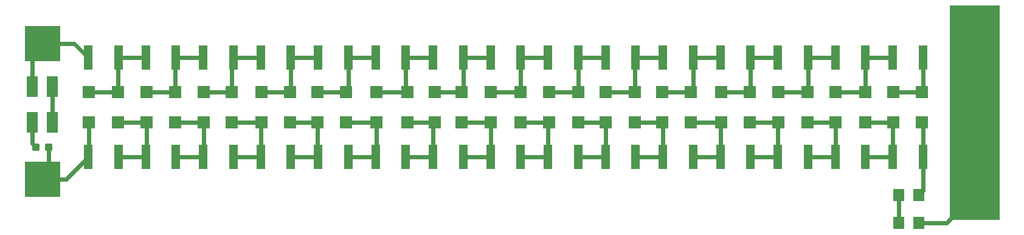
<source format=gbr>
G04 EAGLE Gerber RS-274X export*
G75*
%MOMM*%
%FSLAX34Y34*%
%LPD*%
%INTop Copper*%
%IPPOS*%
%AMOC8*
5,1,8,0,0,1.08239X$1,22.5*%
G01*
%ADD10R,1.200000X3.400000*%
%ADD11R,1.800000X1.800000*%
%ADD12C,0.300000*%
%ADD13R,1.600000X1.800000*%
%ADD14R,1.600000X3.000000*%
%ADD15R,5.000000X5.000000*%
%ADD16R,7.000000X30.000000*%
%ADD17C,0.609600*%


D10*
X104000Y275000D03*
X146000Y275000D03*
X424000Y136000D03*
X466000Y136000D03*
X504000Y275000D03*
X546000Y275000D03*
X504000Y136000D03*
X546000Y136000D03*
X584000Y275000D03*
X626000Y275000D03*
X584000Y136000D03*
X626000Y136000D03*
X664000Y275000D03*
X706000Y275000D03*
X664000Y136000D03*
X706000Y136000D03*
X744000Y275000D03*
X786000Y275000D03*
X744000Y136000D03*
X786000Y136000D03*
X824000Y275000D03*
X866000Y275000D03*
X104000Y136000D03*
X146000Y136000D03*
X824000Y136000D03*
X866000Y136000D03*
X904000Y275000D03*
X946000Y275000D03*
X904000Y136000D03*
X946000Y136000D03*
X984000Y275000D03*
X1026000Y275000D03*
X984000Y136000D03*
X1026000Y136000D03*
X1064000Y275000D03*
X1106000Y275000D03*
X1064000Y136000D03*
X1106000Y136000D03*
X1144000Y275000D03*
X1186000Y275000D03*
X1144000Y136000D03*
X1186000Y136000D03*
X1224000Y275000D03*
X1266000Y275000D03*
X184000Y275000D03*
X226000Y275000D03*
X1224000Y136000D03*
X1266000Y136000D03*
X184000Y136000D03*
X226000Y136000D03*
X264000Y275000D03*
X306000Y275000D03*
X264000Y136000D03*
X306000Y136000D03*
X344000Y275000D03*
X386000Y275000D03*
X344000Y136000D03*
X386000Y136000D03*
X424000Y275000D03*
X466000Y275000D03*
D11*
X105000Y227000D03*
X105000Y185000D03*
X463000Y185000D03*
X463000Y227000D03*
X505000Y227000D03*
X505000Y185000D03*
X548000Y185000D03*
X548000Y227000D03*
X586000Y227000D03*
X586000Y185000D03*
X624000Y185000D03*
X624000Y227000D03*
X664000Y227000D03*
X664000Y185000D03*
X706000Y185000D03*
X706000Y227000D03*
X746000Y227000D03*
X746000Y185000D03*
X786000Y185000D03*
X786000Y227000D03*
X824000Y227000D03*
X824000Y185000D03*
X145000Y185000D03*
X145000Y227000D03*
X865000Y185000D03*
X865000Y227000D03*
X903000Y227000D03*
X903000Y185000D03*
X943000Y185000D03*
X943000Y227000D03*
X985000Y227000D03*
X985000Y185000D03*
X1025000Y185000D03*
X1025000Y227000D03*
X1065000Y227000D03*
X1065000Y185000D03*
X1105000Y185000D03*
X1105000Y227000D03*
X1144000Y227000D03*
X1144000Y185000D03*
X1186000Y185000D03*
X1186000Y227000D03*
X1225000Y227000D03*
X1225000Y185000D03*
X185000Y227000D03*
X185000Y185000D03*
X1265000Y185000D03*
X1265000Y227000D03*
X225000Y185000D03*
X225000Y227000D03*
X265000Y227000D03*
X265000Y185000D03*
X304000Y185000D03*
X304000Y227000D03*
X385000Y185000D03*
X385000Y227000D03*
X423000Y227000D03*
X423000Y185000D03*
D12*
X45270Y153500D02*
X45270Y146500D01*
X45270Y153500D02*
X52270Y153500D01*
X52270Y146500D01*
X45270Y146500D01*
X45270Y149350D02*
X52270Y149350D01*
X52270Y152200D02*
X45270Y152200D01*
X27730Y153500D02*
X27730Y146500D01*
X27730Y153500D02*
X34730Y153500D01*
X34730Y146500D01*
X27730Y146500D01*
X27730Y149350D02*
X34730Y149350D01*
X34730Y152200D02*
X27730Y152200D01*
D13*
X1260000Y83000D03*
X1232000Y83000D03*
X1232000Y44000D03*
X1260000Y44000D03*
D14*
X26000Y235000D03*
X54000Y235000D03*
X54000Y185000D03*
X26000Y185000D03*
D15*
X40000Y295000D03*
X40000Y105000D03*
D16*
X1337900Y197900D03*
D11*
X345000Y227000D03*
X345000Y185000D03*
D17*
X184000Y275000D02*
X146000Y275000D01*
X145000Y274000D01*
X145000Y227000D01*
X105000Y227000D01*
X104000Y136000D02*
X73000Y105000D01*
X105000Y147000D02*
X105000Y185000D01*
X105000Y147000D02*
X104000Y146000D01*
X104000Y136000D01*
X48770Y150000D02*
X48770Y113770D01*
X40000Y105000D01*
X73000Y105000D01*
X84000Y295000D02*
X40000Y295000D01*
X84000Y295000D02*
X104000Y275000D01*
X26000Y271000D02*
X26000Y235000D01*
X40000Y285000D02*
X40000Y295000D01*
X40000Y285000D02*
X26000Y271000D01*
X1232000Y83000D02*
X1232000Y44000D01*
X1260000Y44000D02*
X1299000Y44000D01*
X1338000Y83000D02*
X1340000Y83000D01*
X1328500Y73500D02*
X1299000Y44000D01*
X1337900Y82900D02*
X1338000Y83000D01*
X1337900Y197900D02*
X1337900Y314100D01*
X1337900Y197900D02*
X1337900Y82900D01*
X1328500Y73500D01*
X54000Y185000D02*
X54000Y235000D01*
X26000Y185000D02*
X26000Y155230D01*
X31230Y150000D01*
X146000Y136000D02*
X184000Y136000D01*
X185000Y185000D02*
X145000Y185000D01*
X185000Y185000D02*
X185000Y137000D01*
X184000Y136000D01*
X306000Y275000D02*
X308000Y275000D01*
X344000Y275000D01*
X306000Y275000D02*
X305000Y274000D01*
X304000Y227000D02*
X265000Y227000D01*
X304000Y227000D02*
X304000Y271000D01*
X308000Y275000D01*
X265000Y137000D02*
X264000Y136000D01*
X226000Y136000D01*
X225000Y185000D02*
X265000Y185000D01*
X265000Y137000D01*
X306000Y136000D02*
X344000Y136000D01*
X345000Y185000D02*
X304000Y185000D01*
X344000Y184000D02*
X344000Y136000D01*
X344000Y184000D02*
X345000Y185000D01*
X227000Y275000D02*
X226000Y275000D01*
X227000Y275000D02*
X264000Y275000D01*
X227000Y275000D02*
X225000Y273000D01*
X225000Y227000D02*
X185000Y227000D01*
X225000Y227000D02*
X225000Y261000D01*
X226000Y262000D01*
X226000Y272000D01*
X225000Y273000D01*
X466000Y275000D02*
X504000Y275000D01*
X463000Y227000D02*
X423000Y227000D01*
X466000Y230000D02*
X466000Y275000D01*
X466000Y230000D02*
X463000Y227000D01*
X425000Y136000D02*
X425000Y130000D01*
X424000Y131000D01*
X424000Y136000D01*
X425000Y136000D02*
X386000Y136000D01*
X385000Y185000D02*
X423000Y185000D01*
X423000Y132000D01*
X424000Y131000D01*
X466000Y136000D02*
X504000Y136000D01*
X505000Y185000D02*
X463000Y185000D01*
X505000Y185000D02*
X505000Y137000D01*
X504000Y136000D01*
X424000Y275000D02*
X386000Y275000D01*
X385000Y274000D01*
X385000Y227000D02*
X345000Y227000D01*
X386000Y228000D02*
X386000Y275000D01*
X386000Y228000D02*
X385000Y227000D01*
X626000Y275000D02*
X664000Y275000D01*
X624000Y227000D02*
X586000Y227000D01*
X626000Y229000D02*
X626000Y275000D01*
X626000Y229000D02*
X624000Y227000D01*
X584000Y136000D02*
X546000Y136000D01*
X548000Y185000D02*
X586000Y185000D01*
X584000Y183000D02*
X584000Y136000D01*
X584000Y183000D02*
X586000Y185000D01*
X626000Y136000D02*
X664000Y136000D01*
X664000Y185000D02*
X624000Y185000D01*
X664000Y185000D02*
X664000Y136000D01*
X584000Y275000D02*
X546000Y275000D01*
X545000Y274000D01*
X548000Y227000D02*
X505000Y227000D01*
X546000Y229000D02*
X546000Y275000D01*
X546000Y229000D02*
X548000Y227000D01*
X786000Y275000D02*
X824000Y275000D01*
X790000Y227000D02*
X791000Y226000D01*
X785000Y227000D02*
X746000Y227000D01*
X786000Y227000D02*
X790000Y227000D01*
X786000Y228000D02*
X786000Y275000D01*
X786000Y228000D02*
X785000Y227000D01*
X786000Y227000D01*
X744000Y136000D02*
X706000Y136000D01*
X706000Y185000D02*
X746000Y185000D01*
X744000Y183000D02*
X744000Y136000D01*
X744000Y183000D02*
X746000Y185000D01*
X786000Y136000D02*
X824000Y136000D01*
X824000Y185000D02*
X786000Y185000D01*
X824000Y185000D02*
X824000Y136000D01*
X744000Y275000D02*
X706000Y275000D01*
X706000Y227000D02*
X664000Y227000D01*
X706000Y227000D02*
X706000Y275000D01*
X946000Y275000D02*
X984000Y275000D01*
X943000Y227000D02*
X903000Y227000D01*
X946000Y230000D02*
X946000Y275000D01*
X946000Y230000D02*
X943000Y227000D01*
X904000Y136000D02*
X866000Y136000D01*
X904000Y136000D02*
X904000Y184000D01*
X903000Y185000D02*
X865000Y185000D01*
X903000Y185000D02*
X904000Y184000D01*
X946000Y136000D02*
X984000Y136000D01*
X985000Y185000D02*
X943000Y185000D01*
X984000Y184000D02*
X984000Y136000D01*
X984000Y184000D02*
X985000Y185000D01*
X904000Y275000D02*
X866000Y275000D01*
X865000Y227000D02*
X824000Y227000D01*
X865000Y227000D02*
X865000Y274000D01*
X866000Y275000D01*
X1106000Y275000D02*
X1106000Y228000D01*
X1106000Y275000D02*
X1144000Y275000D01*
X1105000Y227000D02*
X1065000Y227000D01*
X1105000Y227000D02*
X1106000Y228000D01*
X1064000Y136000D02*
X1026000Y136000D01*
X1025000Y185000D02*
X1065000Y185000D01*
X1064000Y184000D02*
X1064000Y136000D01*
X1064000Y184000D02*
X1065000Y185000D01*
X1144000Y136000D02*
X1145000Y137000D01*
X1144000Y136000D02*
X1106000Y136000D01*
X1105000Y185000D02*
X1144000Y185000D01*
X1144000Y138000D01*
X1145000Y137000D01*
X1064000Y275000D02*
X1026000Y275000D01*
X1025000Y227000D02*
X985000Y227000D01*
X1026000Y228000D02*
X1026000Y275000D01*
X1026000Y228000D02*
X1025000Y227000D01*
X1186000Y228000D02*
X1186000Y275000D01*
X1224000Y275000D01*
X1185000Y227000D02*
X1144000Y227000D01*
X1185000Y227000D02*
X1186000Y228000D01*
X1186000Y227000D02*
X1185000Y227000D01*
X1225000Y137000D02*
X1224000Y136000D01*
X1186000Y136000D01*
X1186000Y185000D02*
X1225000Y185000D01*
X1224000Y184000D02*
X1224000Y136000D01*
X1224000Y184000D02*
X1225000Y185000D01*
X1266000Y228000D02*
X1266000Y275000D01*
X1265000Y227000D02*
X1225000Y227000D01*
X1265000Y227000D02*
X1266000Y228000D01*
X1266000Y136000D02*
X1266000Y89000D01*
X1260000Y83000D01*
X1266000Y136000D02*
X1266000Y184000D01*
X1265000Y185000D01*
M02*

</source>
